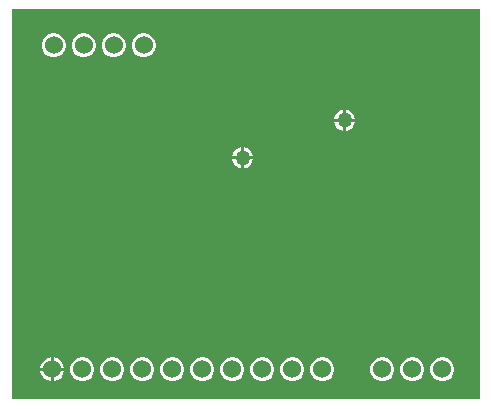
<source format=gbl>
G04*
G04 #@! TF.GenerationSoftware,Altium Limited,Altium Designer,21.6.4 (81)*
G04*
G04 Layer_Physical_Order=2*
G04 Layer_Color=16711680*
%FSLAX24Y24*%
%MOIN*%
G70*
G04*
G04 #@! TF.SameCoordinates,C872EA01-BEF4-4682-9824-B52BD61A81C0*
G04*
G04*
G04 #@! TF.FilePolarity,Positive*
G04*
G01*
G75*
%ADD22C,0.0600*%
%ADD23C,0.0500*%
G36*
X15850Y250D02*
X250D01*
Y13250D01*
X15850D01*
Y250D01*
D02*
G37*
%LPC*%
G36*
X4703Y12450D02*
X4597D01*
X4496Y12423D01*
X4404Y12370D01*
X4330Y12296D01*
X4277Y12204D01*
X4250Y12103D01*
Y11997D01*
X4277Y11896D01*
X4330Y11804D01*
X4404Y11730D01*
X4496Y11677D01*
X4597Y11650D01*
X4703D01*
X4804Y11677D01*
X4896Y11730D01*
X4970Y11804D01*
X5023Y11896D01*
X5050Y11997D01*
Y12103D01*
X5023Y12204D01*
X4970Y12296D01*
X4896Y12370D01*
X4804Y12423D01*
X4703Y12450D01*
D02*
G37*
G36*
X3703D02*
X3597D01*
X3496Y12423D01*
X3404Y12370D01*
X3330Y12296D01*
X3277Y12204D01*
X3250Y12103D01*
Y11997D01*
X3277Y11896D01*
X3330Y11804D01*
X3404Y11730D01*
X3496Y11677D01*
X3597Y11650D01*
X3703D01*
X3804Y11677D01*
X3896Y11730D01*
X3970Y11804D01*
X4023Y11896D01*
X4050Y11997D01*
Y12103D01*
X4023Y12204D01*
X3970Y12296D01*
X3896Y12370D01*
X3804Y12423D01*
X3703Y12450D01*
D02*
G37*
G36*
X2703D02*
X2597D01*
X2496Y12423D01*
X2404Y12370D01*
X2330Y12296D01*
X2277Y12204D01*
X2250Y12103D01*
Y11997D01*
X2277Y11896D01*
X2330Y11804D01*
X2404Y11730D01*
X2496Y11677D01*
X2597Y11650D01*
X2703D01*
X2804Y11677D01*
X2896Y11730D01*
X2970Y11804D01*
X3023Y11896D01*
X3050Y11997D01*
Y12103D01*
X3023Y12204D01*
X2970Y12296D01*
X2896Y12370D01*
X2804Y12423D01*
X2703Y12450D01*
D02*
G37*
G36*
X1703D02*
X1597D01*
X1496Y12423D01*
X1404Y12370D01*
X1330Y12296D01*
X1277Y12204D01*
X1250Y12103D01*
Y11997D01*
X1277Y11896D01*
X1330Y11804D01*
X1404Y11730D01*
X1496Y11677D01*
X1597Y11650D01*
X1703D01*
X1804Y11677D01*
X1896Y11730D01*
X1970Y11804D01*
X2023Y11896D01*
X2050Y11997D01*
Y12103D01*
X2023Y12204D01*
X1970Y12296D01*
X1896Y12370D01*
X1804Y12423D01*
X1703Y12450D01*
D02*
G37*
G36*
X11400Y9899D02*
Y9600D01*
X11699D01*
X11676Y9685D01*
X11630Y9765D01*
X11565Y9830D01*
X11485Y9876D01*
X11400Y9899D01*
D02*
G37*
G36*
X11300D02*
X11215Y9876D01*
X11135Y9830D01*
X11070Y9765D01*
X11024Y9685D01*
X11001Y9600D01*
X11300D01*
Y9899D01*
D02*
G37*
G36*
X11699Y9500D02*
X11400D01*
Y9201D01*
X11485Y9224D01*
X11565Y9270D01*
X11630Y9335D01*
X11676Y9415D01*
X11699Y9500D01*
D02*
G37*
G36*
X11300D02*
X11001D01*
X11024Y9415D01*
X11070Y9335D01*
X11135Y9270D01*
X11215Y9224D01*
X11300Y9201D01*
Y9500D01*
D02*
G37*
G36*
X8000Y8649D02*
Y8350D01*
X8299D01*
X8276Y8435D01*
X8230Y8515D01*
X8165Y8580D01*
X8085Y8626D01*
X8000Y8649D01*
D02*
G37*
G36*
X7900D02*
X7815Y8626D01*
X7735Y8580D01*
X7670Y8515D01*
X7624Y8435D01*
X7601Y8350D01*
X7900D01*
Y8649D01*
D02*
G37*
G36*
X8299Y8250D02*
X8000D01*
Y7951D01*
X8085Y7974D01*
X8165Y8020D01*
X8230Y8085D01*
X8276Y8165D01*
X8299Y8250D01*
D02*
G37*
G36*
X7900D02*
X7601D01*
X7624Y8165D01*
X7670Y8085D01*
X7735Y8020D01*
X7815Y7974D01*
X7900Y7951D01*
Y8250D01*
D02*
G37*
G36*
X1653Y1650D02*
X1650D01*
Y1300D01*
X2000D01*
Y1303D01*
X1973Y1404D01*
X1920Y1496D01*
X1846Y1570D01*
X1754Y1623D01*
X1653Y1650D01*
D02*
G37*
G36*
X1550D02*
X1547D01*
X1446Y1623D01*
X1354Y1570D01*
X1280Y1496D01*
X1227Y1404D01*
X1200Y1303D01*
Y1300D01*
X1550D01*
Y1650D01*
D02*
G37*
G36*
X14653D02*
X14547D01*
X14446Y1623D01*
X14354Y1570D01*
X14280Y1496D01*
X14227Y1404D01*
X14200Y1303D01*
Y1197D01*
X14227Y1096D01*
X14280Y1004D01*
X14354Y930D01*
X14446Y877D01*
X14547Y850D01*
X14653D01*
X14754Y877D01*
X14846Y930D01*
X14920Y1004D01*
X14973Y1096D01*
X15000Y1197D01*
Y1303D01*
X14973Y1404D01*
X14920Y1496D01*
X14846Y1570D01*
X14754Y1623D01*
X14653Y1650D01*
D02*
G37*
G36*
X13653D02*
X13547D01*
X13446Y1623D01*
X13354Y1570D01*
X13280Y1496D01*
X13227Y1404D01*
X13200Y1303D01*
Y1197D01*
X13227Y1096D01*
X13280Y1004D01*
X13354Y930D01*
X13446Y877D01*
X13547Y850D01*
X13653D01*
X13754Y877D01*
X13846Y930D01*
X13920Y1004D01*
X13973Y1096D01*
X14000Y1197D01*
Y1303D01*
X13973Y1404D01*
X13920Y1496D01*
X13846Y1570D01*
X13754Y1623D01*
X13653Y1650D01*
D02*
G37*
G36*
X12653D02*
X12547D01*
X12446Y1623D01*
X12354Y1570D01*
X12280Y1496D01*
X12227Y1404D01*
X12200Y1303D01*
Y1197D01*
X12227Y1096D01*
X12280Y1004D01*
X12354Y930D01*
X12446Y877D01*
X12547Y850D01*
X12653D01*
X12754Y877D01*
X12846Y930D01*
X12920Y1004D01*
X12973Y1096D01*
X13000Y1197D01*
Y1303D01*
X12973Y1404D01*
X12920Y1496D01*
X12846Y1570D01*
X12754Y1623D01*
X12653Y1650D01*
D02*
G37*
G36*
X10653D02*
X10547D01*
X10446Y1623D01*
X10354Y1570D01*
X10280Y1496D01*
X10227Y1404D01*
X10200Y1303D01*
Y1197D01*
X10227Y1096D01*
X10280Y1004D01*
X10354Y930D01*
X10446Y877D01*
X10547Y850D01*
X10653D01*
X10754Y877D01*
X10846Y930D01*
X10920Y1004D01*
X10973Y1096D01*
X11000Y1197D01*
Y1303D01*
X10973Y1404D01*
X10920Y1496D01*
X10846Y1570D01*
X10754Y1623D01*
X10653Y1650D01*
D02*
G37*
G36*
X9653D02*
X9547D01*
X9446Y1623D01*
X9354Y1570D01*
X9280Y1496D01*
X9227Y1404D01*
X9200Y1303D01*
Y1197D01*
X9227Y1096D01*
X9280Y1004D01*
X9354Y930D01*
X9446Y877D01*
X9547Y850D01*
X9653D01*
X9754Y877D01*
X9846Y930D01*
X9920Y1004D01*
X9973Y1096D01*
X10000Y1197D01*
Y1303D01*
X9973Y1404D01*
X9920Y1496D01*
X9846Y1570D01*
X9754Y1623D01*
X9653Y1650D01*
D02*
G37*
G36*
X8653D02*
X8547D01*
X8446Y1623D01*
X8354Y1570D01*
X8280Y1496D01*
X8227Y1404D01*
X8200Y1303D01*
Y1197D01*
X8227Y1096D01*
X8280Y1004D01*
X8354Y930D01*
X8446Y877D01*
X8547Y850D01*
X8653D01*
X8754Y877D01*
X8846Y930D01*
X8920Y1004D01*
X8973Y1096D01*
X9000Y1197D01*
Y1303D01*
X8973Y1404D01*
X8920Y1496D01*
X8846Y1570D01*
X8754Y1623D01*
X8653Y1650D01*
D02*
G37*
G36*
X7653D02*
X7547D01*
X7446Y1623D01*
X7354Y1570D01*
X7280Y1496D01*
X7227Y1404D01*
X7200Y1303D01*
Y1197D01*
X7227Y1096D01*
X7280Y1004D01*
X7354Y930D01*
X7446Y877D01*
X7547Y850D01*
X7653D01*
X7754Y877D01*
X7846Y930D01*
X7920Y1004D01*
X7973Y1096D01*
X8000Y1197D01*
Y1303D01*
X7973Y1404D01*
X7920Y1496D01*
X7846Y1570D01*
X7754Y1623D01*
X7653Y1650D01*
D02*
G37*
G36*
X6653D02*
X6547D01*
X6446Y1623D01*
X6354Y1570D01*
X6280Y1496D01*
X6227Y1404D01*
X6200Y1303D01*
Y1197D01*
X6227Y1096D01*
X6280Y1004D01*
X6354Y930D01*
X6446Y877D01*
X6547Y850D01*
X6653D01*
X6754Y877D01*
X6846Y930D01*
X6920Y1004D01*
X6973Y1096D01*
X7000Y1197D01*
Y1303D01*
X6973Y1404D01*
X6920Y1496D01*
X6846Y1570D01*
X6754Y1623D01*
X6653Y1650D01*
D02*
G37*
G36*
X5653D02*
X5547D01*
X5446Y1623D01*
X5354Y1570D01*
X5280Y1496D01*
X5227Y1404D01*
X5200Y1303D01*
Y1197D01*
X5227Y1096D01*
X5280Y1004D01*
X5354Y930D01*
X5446Y877D01*
X5547Y850D01*
X5653D01*
X5754Y877D01*
X5846Y930D01*
X5920Y1004D01*
X5973Y1096D01*
X6000Y1197D01*
Y1303D01*
X5973Y1404D01*
X5920Y1496D01*
X5846Y1570D01*
X5754Y1623D01*
X5653Y1650D01*
D02*
G37*
G36*
X4653D02*
X4547D01*
X4446Y1623D01*
X4354Y1570D01*
X4280Y1496D01*
X4227Y1404D01*
X4200Y1303D01*
Y1197D01*
X4227Y1096D01*
X4280Y1004D01*
X4354Y930D01*
X4446Y877D01*
X4547Y850D01*
X4653D01*
X4754Y877D01*
X4846Y930D01*
X4920Y1004D01*
X4973Y1096D01*
X5000Y1197D01*
Y1303D01*
X4973Y1404D01*
X4920Y1496D01*
X4846Y1570D01*
X4754Y1623D01*
X4653Y1650D01*
D02*
G37*
G36*
X3653D02*
X3547D01*
X3446Y1623D01*
X3354Y1570D01*
X3280Y1496D01*
X3227Y1404D01*
X3200Y1303D01*
Y1197D01*
X3227Y1096D01*
X3280Y1004D01*
X3354Y930D01*
X3446Y877D01*
X3547Y850D01*
X3653D01*
X3754Y877D01*
X3846Y930D01*
X3920Y1004D01*
X3973Y1096D01*
X4000Y1197D01*
Y1303D01*
X3973Y1404D01*
X3920Y1496D01*
X3846Y1570D01*
X3754Y1623D01*
X3653Y1650D01*
D02*
G37*
G36*
X2653D02*
X2547D01*
X2446Y1623D01*
X2354Y1570D01*
X2280Y1496D01*
X2227Y1404D01*
X2200Y1303D01*
Y1197D01*
X2227Y1096D01*
X2280Y1004D01*
X2354Y930D01*
X2446Y877D01*
X2547Y850D01*
X2653D01*
X2754Y877D01*
X2846Y930D01*
X2920Y1004D01*
X2973Y1096D01*
X3000Y1197D01*
Y1303D01*
X2973Y1404D01*
X2920Y1496D01*
X2846Y1570D01*
X2754Y1623D01*
X2653Y1650D01*
D02*
G37*
G36*
X2000Y1200D02*
X1650D01*
Y850D01*
X1653D01*
X1754Y877D01*
X1846Y930D01*
X1920Y1004D01*
X1973Y1096D01*
X2000Y1197D01*
Y1200D01*
D02*
G37*
G36*
X1550D02*
X1200D01*
Y1197D01*
X1227Y1096D01*
X1280Y1004D01*
X1354Y930D01*
X1446Y877D01*
X1547Y850D01*
X1550D01*
Y1200D01*
D02*
G37*
%LPD*%
D22*
X14600Y1250D02*
D03*
X13600D02*
D03*
X12600D02*
D03*
X10600D02*
D03*
X9600D02*
D03*
X8600D02*
D03*
X7600D02*
D03*
X6600D02*
D03*
X5600D02*
D03*
X4600D02*
D03*
X3600D02*
D03*
X2600D02*
D03*
X1600D02*
D03*
X4650Y12050D02*
D03*
X3650D02*
D03*
X2650D02*
D03*
X1650D02*
D03*
D23*
X7950Y8300D02*
D03*
X11350Y9550D02*
D03*
M02*

</source>
